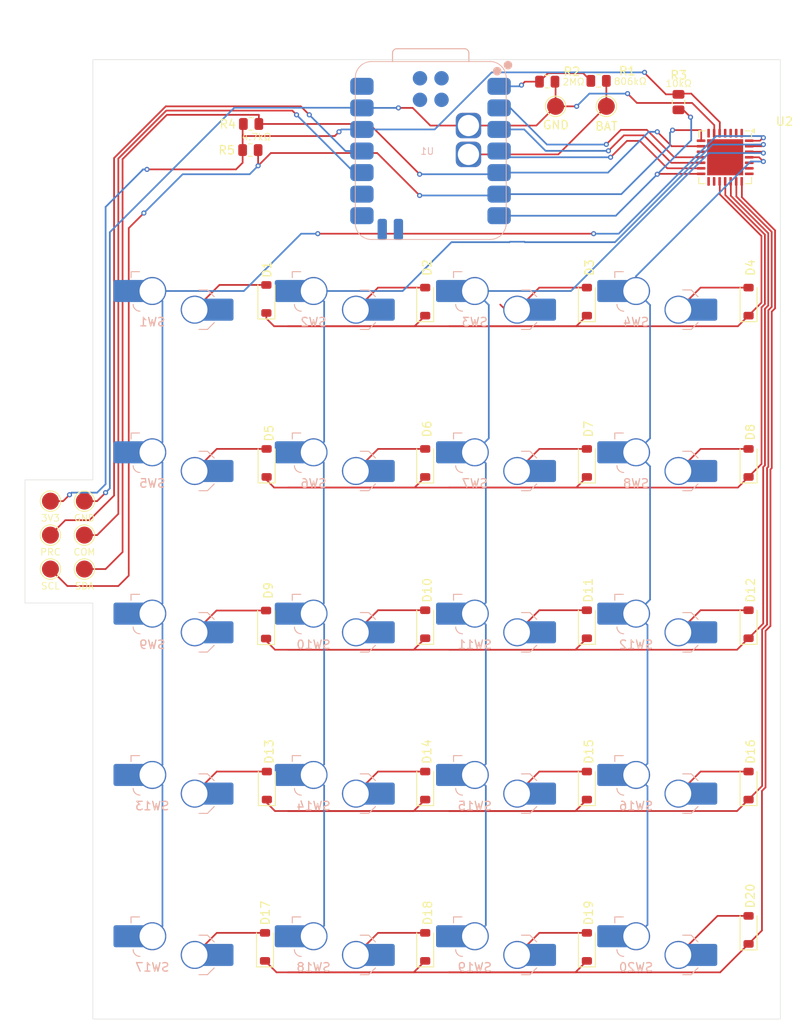
<source format=kicad_pcb>
(kicad_pcb (version 20241229) (generator "pcbnew") (generator_version "9.0")
  (layers (0 "F.Cu" signal) (2 "B.Cu" signal) (13 "F.Paste" user) (15 "B.Paste" user) (5 "F.SilkS" user "F.Silkscreen") (7 "B.SilkS" user "B.Silkscreen") (1 "F.Mask" user) (3 "B.Mask" user) (25 "Edge.Cuts" user))
  (net 0 "")
  (net 1 "ROW0")
  (net 2 "Net-(D1-A)")
  (net 3 "Net-(D2-A)")
  (net 4 "Net-(D3-A)")
  (net 5 "Net-(D4-A)")
  (net 6 "Net-(D5-A)")
  (net 7 "ROW1")
  (net 8 "Net-(D6-A)")
  (net 9 "Net-(D7-A)")
  (net 10 "Net-(D8-A)")
  (net 11 "ROW2")
  (net 12 "Net-(D9-A)")
  (net 13 "Net-(D10-A)")
  (net 14 "Net-(D11-A)")
  (net 15 "Net-(D12-A)")
  (net 16 "Net-(D13-A)")
  (net 17 "ROW3")
  (net 18 "Net-(D14-A)")
  (net 19 "Net-(D15-A)")
  (net 20 "Net-(D16-A)")
  (net 21 "Net-(D17-A)")
  (net 22 "ROW4")
  (net 23 "Net-(D18-A)")
  (net 24 "Net-(D19-A)")
  (net 25 "Net-(D20-A)")
  (net 26 "VBAT")
  (net 27 "BT_PIN")
  (net 28 "GND")
  (net 29 "COL0")
  (net 30 "COL1")
  (net 31 "COL2")
  (net 32 "COL3")
  (net 34 "MCP_RESET")
  (net 37 "SCL")
  (net 39 "SDA")
  (net 42 "COM")
  (net 44 "PRESENCE")
  (net 45 "3V3")
  (net 47 "A0")
  (net 52 "A1")
  (net 54 "A2")
  (footprint "MountingHole:MountingHole_2.2mm_M2" (layer "F.Cu") (at 108.5 80.9625)
    (property "Reference" "H5")
    (property "Value" "MountingHole" (hide yes))
  )
  (footprint "Diode_SMD:D_SOD-123" (layer "F.Cu") (at 107.15625 113 90)
    (property "Reference" "D10")
    (property "Value" "D")
  )
  (footprint "Diode_SMD:D_SOD-123" (layer "F.Cu") (at 88.470491 93.998533 90)
    (property "Reference" "D5")
    (property "Value" "D")
  )
  (footprint "Resistor_SMD:R_0805_2012Metric" (layer "F.Cu") (at 121.53487 49.093444 180)
    (property "Reference" "R2")
    (property "Value" "2MΩ")
  )
  (footprint "Diode_SMD:D_SOD-123" (layer "F.Cu") (at 88.443017 74.685732 90)
    (property "Reference" "D1")
    (property "Value" "D")
  )
  (footprint "Diode_SMD:D_SOD-123" (layer "F.Cu") (at 145.25625 149 90)
    (property "Reference" "D20")
    (property "Value" "D")
  )
  (footprint "Diode_SMD:D_SOD-123" (layer "F.Cu") (at 107.15625 75 90)
    (property "Reference" "D2")
    (property "Value" "D")
  )
  (footprint "Diode_SMD:D_SOD-123" (layer "F.Cu") (at 88.282128 151 90)
    (property "Reference" "D17")
    (property "Value" "D")
  )
  (footprint "Diode_SMD:D_SOD-123" (layer "F.Cu") (at 145.25625 132 90)
    (property "Reference" "D16")
    (property "Value" "D")
  )
  (footprint "MountingHole:MountingHole_2.2mm_M2" (layer "F.Cu") (at 72 155.5)
    (property "Reference" "H4")
    (property "Value" "MountingHole" (hide yes))
  )
  (footprint "TestPoint:TestPoint_Pad_D2.0mm" (layer "F.Cu") (at 128.5 52)
    (property "Reference" "TP1")
    (property "Value" "BAT")
  )
  (footprint "Diode_SMD:D_SOD-123" (layer "F.Cu") (at 107.15625 151 90)
    (property "Reference" "D18")
    (property "Value" "D")
  )
  (footprint "Resistor_SMD:R_0805_2012Metric" (layer "F.Cu") (at 137 51.5 90)
    (property "Reference" "R3")
    (property "Value" "10kΩ")
  )
  (footprint "Resistor_SMD:R_0805_2012Metric" (layer "F.Cu") (at 127.5875 49)
    (property "Reference" "R1")
    (property "Value" "806kΩ")
  )
  (footprint "Diode_SMD:D_SOD-123" (layer "F.Cu") (at 126.20625 94 90)
    (property "Reference" "D7")
    (property "Value" "D")
  )
  (footprint "Diode_SMD:D_SOD-123" (layer "F.Cu") (at 88.5 132 90)
    (property "Reference" "D13")
    (property "Value" "D")
  )
  (footprint "MountingHole:MountingHole_2.2mm_M2" (layer "F.Cu") (at 145 155.5)
    (property "Reference" "H3")
    (property "Value" "MountingHole" (hide yes))
  )
  (footprint "Package_DFN_QFN:QFN-28-1EP_6x6mm_P0.65mm_EP4.25x4.25mm" (layer "F.Cu") (at 142.5 58 -90)
    (property "Reference" "U2")
    (property "Value" "MCP23017_ML")
  )
  (footprint "TestPoint:TestPoint_Pad_D2.0mm" (layer "F.Cu") (at 67 98.5 90)
    (property "Reference" "TP8" (hide yes))
    (property "Value" "TestPoint" (hide yes))
  )
  (footprint "MountingHole:MountingHole_2.2mm_M2" (layer "F.Cu") (at 72 50.5)
    (property "Reference" "H1")
    (property "Value" "MountingHole" (hide yes))
  )
  (footprint "Diode_SMD:D_SOD-123" (layer "F.Cu") (at 107.15625 94 90)
    (property "Reference" "D6")
    (property "Value" "D")
  )
  (footprint "Resistor_SMD:R_0805_2012Metric" (layer "F.Cu") (at 86.644529 54.075824)
    (property "Reference" "R4")
    (property "Value" "4.7kΩ")
  )
  (footprint "Diode_SMD:D_SOD-123" (layer "F.Cu") (at 145.25625 94 90)
    (property "Reference" "D8")
    (property "Value" "D")
  )
  (footprint "Diode_SMD:D_SOD-123" (layer "F.Cu") (at 126.20625 132 90)
    (property "Reference" "D15")
    (property "Value" "D")
  )
  (footprint "Diode_SMD:D_SOD-123" (layer "F.Cu") (at 126.20625 113 90)
    (property "Reference" "D11")
    (property "Value" "D")
  )
  (footprint "MountingHole:MountingHole_2.2mm_M2" (layer "F.Cu") (at 108.48738 123.825)
    (property "Reference" "H6")
    (property "Value" "MountingHole" (hide yes))
  )
  (footprint "Diode_SMD:D_SOD-123" (layer "F.Cu") (at 126.20625 75 90)
    (property "Reference" "D3")
    (property "Value" "D")
  )
  (footprint "TestPoint:TestPoint_Pad_D2.0mm" (layer "F.Cu") (at 67 102.5 90)
    (property "Reference" "TP6" (hide yes))
    (property "Value" "TestPoint" (hide yes))
  )
  (footprint "Diode_SMD:D_SOD-123" (layer "F.Cu") (at 145.25625 113 90)
    (property "Reference" "D12")
    (property "Value" "D")
  )
  (footprint "Diode_SMD:D_SOD-123" (layer "F.Cu") (at 145.25625 75 90)
    (property "Reference" "D4")
    (property "Value" "D")
  )
  (footprint "TestPoint:TestPoint_Pad_D2.0mm" (layer "F.Cu") (at 63 98.5 90)
    (property "Reference" "TP3" (hide yes))
    (property "Value" "TestPoint" (hide yes))
  )
  (footprint "MountingHole:MountingHole_2.2mm_M2" (layer "F.Cu") (at 145 50.5)
    (property "Reference" "H2")
    (property "Value" "MountingHole" (hide yes))
  )
  (footprint "TestPoint:TestPoint_Pad_D2.0mm" (layer "F.Cu") (at 122.517361 52 -90)
    (property "Reference" "TP2")
    (property "Value" "GND")
  )
  (footprint "Diode_SMD:D_SOD-123" (layer "F.Cu") (at 107.15625 132 90)
    (property "Reference" "D14")
    (property "Value" "D")
  )
  (footprint "Diode_SMD:D_SOD-123" (layer "F.Cu") (at 88.406432 113.034972 90)
    (property "Reference" "D9")
    (property "Value" "D")
  )
  (footprint "TestPoint:TestPoint_Pad_D2.0mm" (layer "F.Cu") (at 67 106.5 90)
    (property "Reference" "TP4" (hide yes))
    (property "Value" "TestPoint" (hide yes))
  )
  (footprint "Diode_SMD:D_SOD-123" (layer "F.Cu") (at 126.20625 151 90)
    (property "Reference" "D19")
    (property "Value" "D")
  )
  (footprint "Resistor_SMD:R_0805_2012Metric" (layer "F.Cu") (at 86.558056 57.15)
    (property "Reference" "R5")
    (property "Value" "4.7kΩ")
  )
  (footprint "TestPoint:TestPoint_Pad_D2.0mm" (layer "F.Cu") (at 63 106.5 90)
    (property "Reference" "TP7" (hide yes))
    (property "Value" "TestPoint" (hide yes))
  )
  (footprint "TestPoint:TestPoint_Pad_D2.0mm" (layer "F.Cu") (at 63 102.5 90)
    (property "Reference" "TP5" (hide yes))
    (property "Value" "TestPoint" (hide yes))
  )
  (footprint "PCM_marbastlib-choc:SW_choc_v1_HS_CPG135001S30_1u" (layer "B.Cu") (at 80 108 180)
    (property "Reference" "SW9")
    (property "Value" "SW_Push")
  )
  (footprint "PCM_marbastlib-choc:SW_choc_v1_HS_CPG135001S30_1u" (layer "B.Cu") (at 118 127 180)
    (property "Reference" "SW15")
    (property "Value" "SW_Push")
  )
  (footprint "PCM_marbastlib-choc:SW_choc_v1_HS_CPG135001S30_1u" (layer "B.Cu") (at 118 108 180)
    (property "Reference" "SW11")
    (property "Value" "SW_Push")
  )
  (footprint "PCM_marbastlib-choc:SW_choc_v1_HS_CPG135001S30_1u" (layer "B.Cu") (at 137 146 180)
    (property "Reference" "SW20")
    (property "Value" "SW_Push")
  )
  (footprint "PCM_marbastlib-choc:SW_choc_v1_HS_CPG135001S30_1u" (layer "B.Cu") (at 80 146 180)
    (property "Reference" "SW17")
    (property "Value" "SW_Push")
  )
  (footprint "PCM_marbastlib-choc:SW_choc_v1_HS_CPG135001S30_1u" (layer "B.Cu") (at 99 146 180)
    (property "Reference" "SW18")
    (property "Value" "SW_Push")
  )
  (footprint "PCM_marbastlib-choc:SW_choc_v1_HS_CPG135001S30_1u" (layer "B.Cu") (at 99 127 180)
    (property "Reference" "SW14")
    (property "Value" "SW_Push")
  )
  (footprint "PCM_marbastlib-choc:SW_choc_v1_HS_CPG135001S30_1u" (layer "B.Cu") (at 137 108 180)
    (property "Reference" "SW12")
    (property "Value" "SW_Push")
  )
  (footprint "PCM_marbastlib-choc:SW_choc_v1_HS_CPG135001S30_1u" (layer "B.Cu") (at 118 70 180)
    (property "Reference" "SW3")
    (property "Value" "SW_Push")
  )
  (footprint "PCM_marbastlib-choc:SW_choc_v1_HS_CPG135001S30_1u" (layer "B.Cu") (at 137 70 180)
    (property "Reference" "SW4")
    (property "Value" "SW_Push")
  )
  (footprint "PCM_marbastlib-choc:SW_choc_v1_HS_CPG135001S30_1u" (layer "B.Cu") (at 118 89 180)
    (property "Reference" "SW7")
    (property "Value" "SW_Push")
  )
  (footprint "PCM_marbastlib-choc:SW_choc_v1_HS_CPG135001S30_1u" (layer "B.Cu") (at 80 70 180)
    (property "Reference" "SW1")
    (property "Value" "SW_Push")
  )
  (footprint "PCM_marbastlib-choc:SW_choc_v1_HS_CPG135001S30_1u" (layer "B.Cu") (at 99 70 180)
    (property "Reference" "SW2")
    (property "Value" "SW_Push")
  )
  (footprint "PCM_marbastlib-choc:SW_choc_v1_HS_CPG135001S30_1u" (layer "B.Cu") (at 137 127 180)
    (property "Reference" "SW16")
    (property "Value" "SW_Push")
  )
  (footprint "Seeed Studio XIAO Series Library:modified-XIAO-nRF52840-SMD" (layer "B.Cu") (at 107.755 57.2631 180)
    (property "Reference" "U1")
    (property "Value" "XIAO-nRF52840-SMD")
  )
  (footprint "PCM_marbastlib-choc:SW_choc_v1_HS_CPG135001S30_1u" (layer "B.Cu") (at 80 89 180)
    (property "Reference" "SW5")
    (property "Value" "SW_Push")
  )
  (footprint "PCM_marbastlib-choc:SW_choc_v1_HS_CPG135001S30_1u" (layer "B.Cu") (at 118 146 180)
    (property "Reference" "SW19")
    (property "Value" "SW_Push")
  )
  (footprint "PCM_marbastlib-choc:SW_choc_v1_HS_CPG135001S30_1u" (layer "B.Cu") (at 99 89 180)
    (property "Reference" "SW6")
    (property "Value" "SW_Push")
  )
  (footprint "PCM_marbastlib-choc:SW_choc_v1_HS_CPG135001S30_1u" (layer "B.Cu") (at 99 108 180)
    (property "Reference" "SW10")
    (property "Value" "SW_Push")
  )
  (footprint "PCM_marbastlib-choc:SW_choc_v1_HS_CPG135001S30_1u" (layer "B.Cu") (at 80 127 180)
    (property "Reference" "SW13")
    (property "Value" "SW_Push")
  )
  (footprint "PCM_marbastlib-choc:SW_choc_v1_HS_CPG135001S30_1u" (layer "B.Cu") (at 137 89 180)
    (property "Reference" "SW8")
    (property "Value" "SW_Push")
  )
  (gr_poly (pts (xy 149 159.5) (xy 149 46.5) (xy 68 46.5) (xy 68 96) (xy 60 96) (xy 60 110.5) (xy 68 110.5) (xy 68 159.5)) (stroke (width 0.05)) (fill no) (layer "Edge.Cuts"))
  (gr_text "COM\n" (at 67 104.5 0) (layer "F.SilkS") (effects (font (size 0.8 0.8) (thickness 0.1) (bold yes))))
  (gr_text "3V3" (at 63 100.5 0) (layer "F.SilkS") (effects (font (size 0.8 0.8) (thickness 0.1) (bold yes))))
  (gr_text "PRC" (at 63 104.5 0) (layer "F.SilkS") (effects (font (size 0.8 0.8) (thickness 0.1) (bold yes))))
  (gr_text "SDA" (at 67 108.5 0) (layer "F.SilkS") (effects (font (size 0.8 0.8) (thickness 0.1) (bold yes))))
  (gr_text "SCL" (at 63 108.5 0) (layer "F.SilkS") (effects (font (size 0.8 0.8) (thickness 0.1) (bold yes))))
  (gr_text "GND\n" (at 67 100.5 0) (layer "F.SilkS") (effects (font (size 0.8 0.8) (thickness 0.1) (bold yes))))
  (segment (start 143.999578 77.901) (end 110 77.901) (width 0.2) (layer "F.Cu") (net 1))
  (segment (start 105.90525 77.901) (end 91 77.901) (width 0.2) (layer "F.Cu") (net 1))
  (segment (start 146.776634 67.276634) (end 146.776634 75.123944) (width 0.2) (layer "F.Cu") (net 1))
  (segment (start 141.868309 62.368309) (end 146.776634 67.276634) (width 0.2) (layer "F.Cu") (net 1))
  (segment (start 107.15625 76.65) (end 105.90525 77.901) (width 0.2) (layer "F.Cu") (net 1))
  (segment (start 141.85 60.8375) (end 141.868309 60.855809) (width 0.2) (layer "F.Cu") (net 1))
  (segment (start 146.776634 75.123944) (end 143.999578 77.901) (width 0.2) (layer "F.Cu") (net 1))
  (segment (start 141.868309 60.855809) (end 141.868309 62.368309) (width 0.2) (layer "F.Cu") (net 1))
  (segment (start 88.443017 76.986767) (end 89.35725 77.901) (width 0.2) (layer "F.Cu") (net 1))
  (segment (start 89.35725 77.901) (end 91 77.901) (width 0.2) (layer "F.Cu") (net 1))
  (segment (start 88.443017 76.335732) (end 88.443017 76.986767) (width 0.2) (layer "F.Cu") (net 1))
  (segment (start 126.20625 76.65) (end 124.95525 77.901) (width 0.2) (layer "F.Cu") (net 1))
  (segment (start 91 77.901) (end 110 77.901) (width 0.2) (layer "F.Cu") (net 1))
  (segment (start 124.95525 77.901) (end 110 77.901) (width 0.2) (layer "F.Cu") (net 1))
  (segment (start 82.914268 73.035732) (end 80 75.95) (width 0.2) (layer "F.Cu") (net 2))
  (segment (start 88.443017 73.035732) (end 82.914268 73.035732) (width 0.2) (layer "F.Cu") (net 2))
  (segment (start 101.6 73.35) (end 99 75.95) (width 0.2) (layer "F.Cu") (net 3))
  (segment (start 107.15625 73.35) (end 101.6 73.35) (width 0.2) (layer "F.Cu") (net 3))
  (segment (start 116 75.35) (end 116.65 76) (width 0.2) (layer "F.Cu") (net 4))
  (segment (start 120.6 73.35) (end 118 75.95) (width 0.2) (layer "F.Cu") (net 4))
  (segment (start 126.20625 73.35) (end 120.6 73.35) (width 0.2) (layer "F.Cu") (net 4))
  (segment (start 139.6 73.35) (end 137 75.95) (width 0.2) (layer "F.Cu") (net 5))
  (segment (start 145.25625 73.35) (end 139.6 73.35) (width 0.2) (layer "F.Cu") (net 5))
  (segment (start 88.470491 92.348533) (end 82.601467 92.348533) (width 0.2) (layer "F.Cu") (net 6))
  (segment (start 82.601467 92.348533) (end 80 94.95) (width 0.2) (layer "F.Cu") (net 6))
  (segment (start 88.470491 96.014241) (end 89.35725 96.901) (width 0.2) (layer "F.Cu") (net 7))
  (segment (start 107.15625 95.65) (end 105.90525 96.901) (width 0.2) (layer "F.Cu") (net 7))
  (segment (start 126.20625 95.65) (end 124.95525 96.901) (width 0.2) (layer "F.Cu") (net 7))
  (segment (start 142.518309 62.451209) (end 147.177634 67.110534) (width 0.2) (layer "F.Cu") (net 7))
  (segment (start 147.177634 75.290044) (end 146.784868 75.68281) (width 0.2) (layer "F.Cu") (net 7))
  (segment (start 142.518309 60.855809) (end 142.518309 62.451209) (width 0.2) (layer "F.Cu") (net 7))
  (segment (start 105.90525 96.901) (end 91 96.901) (width 0.2) (layer "F.Cu") (net 7))
  (segment (start 146.784868 94.11571) (end 143.999578 96.901) (width 0.2) (layer "F.Cu") (net 7))
  (segment (start 143.999578 96.901) (end 110 96.901) (width 0.2) (layer "F.Cu") (net 7))
  (segment (start 89.35725 96.901) (end 91 96.901) (width 0.2) (layer "F.Cu") (net 7))
  (segment (start 124.95525 96.901) (end 110 96.901) (width 0.2) (layer "F.Cu") (net 7))
  (segment (start 142.5 60.8375) (end 142.518309 60.855809) (width 0.2) (layer "F.Cu") (net 7))
  (segment (start 146.784868 75.68281) (end 146.784868 94.11571) (width 0.2) (layer "F.Cu") (net 7))
  (segment (start 88.470491 95.648533) (end 88.470491 96.014241) (width 0.2) (layer "F.Cu") (net 7))
  (segment (start 147.177634 67.110534) (end 147.177634 75.290044) (width 0.2) (layer "F.Cu") (net 7))
  (segment (start 91 96.901) (end 110 96.901) (width 0.2) (layer "F.Cu") (net 7))
  (segment (start 107.15625 92.35) (end 101.6 92.35) (width 0.2) (layer "F.Cu") (net 8))
  (segment (start 101.6 92.35) (end 99 94.95) (width 0.2) (layer "F.Cu") (net 8))
  (segment (start 126.20625 92.35) (end 120.6 92.35) (width 0.2) (layer "F.Cu") (net 9))
  (segment (start 120.6 92.35) (end 118 94.95) (width 0.2) (layer "F.Cu") (net 9))
  (segment (start 139.6 92.35) (end 137 94.95) (width 0.2) (layer "F.Cu") (net 10))
  (segment (start 145.25625 92.35) (end 139.6 92.35) (width 0.2) (layer "F.Cu") (net 10))
  (segment (start 146.982165 112.924085) (end 146.982165 94.485513) (width 0.2) (layer "F.Cu") (net 11))
  (segment (start 143.168309 62.534109) (end 143.168309 60.855809) (width 0.2) (layer "F.Cu") (net 11))
  (segment (start 143.900578 116) (end 110 116) (width 0.2) (layer "F.Cu") (net 11))
  (segment (start 147.185868 75.84891) (end 147.578634 75.456144) (width 0.2) (layer "F.Cu") (net 11))
  (segment (start 147.578634 75.456144) (end 147.578634 66.944434) (width 0.2) (layer "F.Cu") (net 11))
  (segment (start 145.25625 114.65) (end 146.982165 112.924085) (width 0.2) (layer "F.Cu") (net 11))
  (segment (start 146.982165 94.485513) (end 147.185868 94.28181) (width 0.2) (layer "F.Cu") (net 11))
  (segment (start 147.578634 66.944434) (end 143.168309 62.534109) (width 0.2) (layer "F.Cu") (net 11))
  (segment (start 126.20625 114.65) (end 124.85625 116) (width 0.2) (layer "F.Cu") (net 11))
  (segment (start 105.80625 116) (end 91 116) (width 0.2) (layer "F.Cu") (net 11))
  (segment (start 88.406432 114.950182) (end 88.406432 114.684972) (width 0.2) (layer "F.Cu") (net 11))
  (segment (start 107.15625 114.65) (end 105.80625 116) (width 0.2) (layer "F.Cu") (net 11))
  (segment (start 89.45625 116) (end 88.406432 114.950182) (width 0.2) (layer "F.Cu") (net 11))
  (segment (start 145.250578 114.65) (end 145.25625 114.65) (width 0.2) (layer "F.Cu") (net 11))
  (segment (start 143.900578 116) (end 145.250578 114.65) (width 0.2) (layer "F.Cu") (net 11))
  (segment (start 147.185868 94.28181) (end 147.185868 75.84891) (width 0.2) (layer "F.Cu") (net 11))
  (segment (start 110 116) (end 91 116) (width 0.2) (layer "F.Cu") (net 11))
  (segment (start 143.168309 60.855809) (end 143.15 60.8375) (width 0.2) (layer "F.Cu") (net 11))
  (segment (start 124.85625 116) (end 110 116) (width 0.2) (layer "F.Cu") (net 11))
  (segment (start 91 116) (end 89.45625 116) (width 0.2) (layer "F.Cu") (net 11))
  (segment (start 88.406432 111.384972) (end 82.565028 111.384972) (width 0.2) (layer "F.Cu") (net 12))
  (segment (start 82.565028 111.384972) (end 80 113.95) (width 0.2) (layer "F.Cu") (net 12))
  (segment (start 101.6 111.35) (end 99 113.95) (width 0.2) (layer "F.Cu") (net 13))
  (segment (start 107.15625 111.35) (end 101.6 111.35) (width 0.2) (layer "F.Cu") (net 13))
  (segment (start 126.20625 111.35) (end 120.6 111.35) (width 0.2) (layer "F.Cu") (net 14))
  (segment (start 120.6 111.35) (end 118 113.95) (width 0.2) (layer "F.Cu") (net 14))
  (segment (start 139.6 111.35) (end 137 113.95) (width 0.2) (layer "F.Cu") (net 15))
  (segment (start 145.25625 111.35) (end 139.6 111.35) (width 0.2) (layer "F.Cu") (net 15))
  (segment (start 88.5 130.35) (end 82.6 130.35) (width 0.2) (layer "F.Cu") (net 16))
  (segment (start 82.6 130.35) (end 80 132.95) (width 0.2) (layer "F.Cu") (net 16))
  (segment (start 143.8 60.8375) (end 143.818309 60.855809) (width 0.2) (layer "F.Cu") (net 17))
  (segment (start 147.979634 66.778334) (end 147.979634 75.622244) (width 0.2) (layer "F.Cu") (net 17))
  (segment (start 89.45625 135) (end 88.5 134.04375) (width 0.2) (layer "F.Cu") (net 17))
  (segment (start 143.900578 135) (end 110 135) (width 0.2) (layer "F.Cu") (net 17))
  (segment (start 146.855095 113.618255) (end 146.855095 132.045483) (width 0.2) (layer "F.Cu") (net 17))
  (segment (start 91 135) (end 89.45625 135) (width 0.2) (layer "F.Cu") (net 17))
  (segment (start 147.586868 76.01501) (end 147.586868 94.44791) (width 0.2) (layer "F.Cu") (net 17))
  (segment (start 147.434791 113.038559) (end 146.855095 113.618255) (width 0.2) (layer "F.Cu") (net 17))
  (segment (start 147.434791 94.599987) (end 147.434791 113.038559) (width 0.2) (layer "F.Cu") (net 17))
  (segment (start 147.586868 94.44791) (end 147.434791 94.599987) (width 0.2) (layer "F.Cu") (net 17))
  (segment (start 88.5 134.04375) (end 88.5 133.65) (width 0.2) (layer "F.Cu") (net 17))
  (segment (start 146.855095 132.045483) (end 143.900578 135) (width 0.2) (layer "F.Cu") (net 17))
  (segment (start 107.15625 133.65) (end 105.80625 135) (width 0.2) (layer "F.Cu") (net 17))
  (segment (start 143.818309 60.855809) (end 143.818309 62.617009) (width 0.2) (layer "F.Cu") (net 17))
  (segment (start 147.979634 75.622244) (end 147.586868 76.01501) (width 0.2) (layer "F.Cu") (net 17))
  (segment (start 110 135) (end 91 135) (width 0.2) (layer "F.Cu") (net 17))
  (segment (start 124.85625 135) (end 110 135) (width 0.2) (layer "F.Cu") (net 17))
  (segment (start 143.818309 62.617009) (end 147.979634 66.778334) (width 0.2) (layer "F.Cu") (net 17))
  (segment (start 105.80625 135) (end 91 135) (width 0.2) (layer "F.Cu") (net 17))
  (segment (start 126.20625 133.65) (end 124.85625 135) (width 0.2) (layer "F.Cu") (net 17))
  (segment (start 107.15625 130.35) (end 101.6 130.35) (width 0.2) (layer "F.Cu") (net 18))
  (segment (start 101.6 130.35) (end 99 132.95) (width 0.2) (layer "F.Cu") (net 18))
  (segment (start 126.20625 130.35) (end 120.6 130.35) (width 0.2) (layer "F.Cu") (net 19))
  (segment (start 120.6 130.35) (end 118 132.95) (width 0.2) (layer "F.Cu") (net 19))
  (segment (start 139.6 130.35) (end 137 132.95) (width 0.2) (layer "F.Cu") (net 20))
  (segment (start 145.25625 130.35) (end 139.6 130.35) (width 0.2) (layer "F.Cu") (net 20))
  (segment (start 88.282128 149.35) (end 82.6 149.35) (width 0.2) (layer "F.Cu") (net 21))
  (segment (start 82.6 149.35) (end 80 151.95) (width 0.2) (layer "F.Cu") (net 21))
  (segment (start 105.80625 154) (end 91 154) (width 0.2) (layer "F.Cu") (net 22))
  (segment (start 141.90625 154) (end 110 154) (width 0.2) (layer "F.Cu") (net 22))
  (segment (start 110 154) (end 91 154) (width 0.2) (layer "F.Cu") (net 22))
  (segment (start 147.835791 94.766087) (end 147.835791 113.204659) (width 0.2) (layer "F.Cu") (net 22))
  (segment (start 91 154) (end 89.640969 154) (width 0.2) (layer "F.Cu") (net 22))
  (segment (start 144.468309 62.699909) (end 148.380634 66.612234) (width 0.2) (layer "F.Cu") (net 22))
  (segment (start 144.468309 60.855809) (end 144.468309 62.699909) (width 0.2) (layer "F.Cu") (net 22))
  (segment (start 147.256095 132.211583) (end 146.834724 132.632954) (width 0.2) (layer "F.Cu") (net 22))
  (segment (start 147.835791 113.204659) (end 147.256095 113.784355) (width 0.2) (layer "F.Cu") (net 22))
  (segment (start 107.15625 152.65) (end 105.80625 154) (width 0.2) (layer "F.Cu") (net 22))
  (segment (start 144.45 60.8375) (end 144.468309 60.855809) (width 0.2) (layer "F.Cu") (net 22))
  (segment (start 147.256095 113.784355) (end 147.256095 132.211583) (width 0.2) (layer "F.Cu") (net 22))
  (segment (start 146.834724 149.071526) (end 141.90625 154) (width 0.2) (layer "F.Cu") (net 22))
  (segment (start 148.380634 66.612234) (end 148.380634 75.788344) (width 0.2) (layer "F.Cu") (net 22))
  (segment (start 147.987868 76.18111) (end 147.987868 94.61401) (width 0.2) (layer "F.Cu") (net 22))
  (segment (start 146.834724 132.632954) (end 146.834724 149.071526) (width 0.2) (layer "F.Cu") (net 22))
  (segment (start 148.380634 75.788344) (end 147.987868 76.18111) (width 0.2) (layer "F.Cu") (net 22))
  (segment (start 126.20625 152.65) (end 124.85625 154) (width 0.2) (layer "F.Cu") (net 22))
  (segment (start 124.85625 154) (end 110 154) (width 0.2) (layer "F.Cu") (net 22))
  (segment (start 89.640969 154) (end 88.282128 152.641159) (width 0.2) (layer "F.Cu") (net 22))
  (segment (start 147.987868 94.61401) (end 147.835791 94.766087) (width 0.2) (layer "F.Cu") (net 22))
  (segment (start 101.6 149.35) (end 99 151.95) (width 0.2) (layer "F.Cu") (net 23))
  (segment (start 107.15625 149.35) (end 101.6 149.35) (width 0.2) (layer "F.Cu") (net 23))
  (segment (start 126.20625 149.35) (end 120.6 149.35) (width 0.2) (layer "F.Cu") (net 24))
  (segment (start 120.6 149.35) (end 118 151.95) (width 0.2) (layer "F.Cu") (net 24))
  (segment (start 145.25625 147.35) (end 141.6 147.35) (width 0.2) (layer "F.Cu") (net 25))
  (segment (start 141.6 147.35) (end 137 151.95) (width 0.2) (layer "F.Cu") (net 25))
  (segment (start 112.255 57.6631) (end 122.8369 57.6631) (width 0.2) (layer "F.Cu") (net 26))
  (segment (start 122.8369 57.6631) (end 128.5 52) (width 0.2) (layer "F.Cu") (net 26))
  (segment (start 128.5 52) (end 128.5 49) (width 0.2) (layer "F.Cu") (net 26))
  (segment (start 120.62237 49.093444) (end 118.906556 49.093444) (width 0.2) (layer "F.Cu") (net 27))
  (segment (start 125.767444 48.092444) (end 121.62337 48.092444) (width 0.2) (layer "F.Cu") (net 27))
  (segment (start 118.906556 49.093444) (end 118.5 49.5) (width 0.2) (layer "F.Cu") (net 27))
  (segment (start 126.675 49) (end 125.767444 48.092444) (width 0.2) (layer "F.Cu") (net 27))
  (segment (start 121.62337 48.092444) (end 120.62237 49.093444) (width 0.2) (layer "F.Cu") (net 27))
  (via (at 118.5 49.5) (size 0.6) (drill 0.3) (layers "F.Cu" "B.Cu") (net 27))
  (segment (start 118.5 49.5) (end 118.3569 49.6431) (width 0.2) (layer "B.Cu") (net 27))
  (segment (start 118.3569 49.6431) (end 115.865 49.6431) (width 0.2) (layer "B.Cu") (net 27))
  (segment (start 122.517361 49.163435) (end 122.44737 49.093444) (width 0.2) (layer "F.Cu") (net 28))
  (segment (start 141.218309 55.144191) (end 141.218309 54.218309) (width 0.2) (layer "F.Cu") (net 28))
  (segment (start 105.6831 52.1831) (end 107.7631 54.2631) (width 0.2) (layer "F.Cu") (net 28))
  (segment (start 104 52.1831) (end 105.6831 52.1831) (width 0.2) (layer "F.Cu") (net 28))
  (segment (start 68.5 98.5) (end 67 98.5) (width 0.2) (layer "F.Cu") (net 28))
  (segment (start 141.2 55.1625) (end 141.218309 55.144191) (width 0.2) (layer "F.Cu") (net 28))
  (segment (start 141.218309 54.218309) (end 138.599 51.599) (width 0.2) (layer "F.Cu") (net 28))
  (segment (start 112.255 54.2631) (end 120.254261 54.2631) (width 0.2) (layer "F.Cu") (net 28))
  (segment (start 125 52) (end 122.517361 52) (width 0.2) (layer "F.Cu") (net 28))
  (segment (start 138.599 51.599) (end 132.099 51.599) (width 0.2) (layer "F.Cu") (net 28))
  (segment (start 69.5 97.5) (end 68.5 98.5) (width 0.2) (layer "F.Cu") (net 28))
  (segment (start 132.099 51.599) (end 131 50.5) (width 0.2) (layer "F.Cu") (net 28))
  (segment (start 122.517361 52) (end 122.517361 49.163435) (width 0.2) (layer "F.Cu") (net 28))
  (segment (start 120.254261 54.2631) (end 122.517361 52) (width 0.2) (layer "F.Cu") (net 28))
  (segment (start 107.7631 54.2631) (end 112.255 54.2631) (width 0.2) (layer "F.Cu") (net 28))
  (via (at 125 52) (size 0.6) (drill 0.3) (layers "F.Cu" "B.Cu") (net 28))
  (via (at 69.5 97.5) (size 0.6) (drill 0.3) (layers "F.Cu" "B.Cu") (net 28))
  (via (at 104 52.1831) (size 0.6) (drill 0.3) (layers "F.Cu" "B.Cu") (net 28))
  (via (at 131 50.5) (size 0.6) (drill 0.3) (layers "F.Cu" "B.Cu") (net 28))
  (segment (start 104 52.1831) (end 99.7 52.1831) (width 0.2) (layer "B.Cu") (net 28))
  (segment (start 69.5 97.5) (end 70 97) (width 0.2) (layer "B.Cu") (net 28))
  (segment (start 99.680301 52.163401) (end 99.7 52.1831) (width 0.2) (layer "B.Cu") (net 28))
  (segment (start 70 97) (end 70 66.826802) (width 0.2) (layer "B.Cu") (net 28))
  (segment (start 126.5 50.5) (end 125 52) (width 0.2) (layer "B.Cu") (net 28))
  (segment (start 70 66.826802) (end 84.663401 52.163401) (width 0.2) (layer "B.Cu") (net 28))
  (segment (start 131 50.5) (end 126.5 50.5) (width 0.2) (layer "B.Cu") (net 28))
  (segment (start 84.663401 52.163401) (end 99.680301 52.163401) (width 0.2) (layer "B.Cu") (net 28))
  (segment (start 147 55.699997) (end 146.95006 55.699997) (width 0.2) (layer "F.Cu") (net 29))
  (segment (start 94.5 67) (end 127 67) (width 0.2) (layer "F.Cu") (net 29))
  (segment (start 146.600057 56.05) (end 145.3375 56.05) (width 0.2) (layer "F.Cu") (net 29))
  (segment (start 146.95006 55.699997) (end 146.600057 56.05) (width 0.2) (layer "F.Cu") (net 29))
  (via (at 127 67) (size 0.6) (drill 0.3) (layers "F.Cu" "B.Cu") (net 29))
  (via (at 147 55.699997) (size 0.6) (drill 0.3) (layers "F.Cu" "B.Cu") (net 29))
  (via (at 94.5 67) (size 0.6) (drill 0.3) (layers "F.Cu" "B.Cu") (net 29))
  (segment (start 85.79375 73.75) (end 75 73.75) (width 0.2) (layer "B.Cu") (net 29))
  (segment (start 76.2 74.95) (end 75 73.75) (width 0.2) (layer "B.Cu") (net 29))
  (segment (start 76.2 93.95) (end 76.2 110.55) (width 0.2) (layer "B.Cu") (net 29))
  (segment (start 92.54375 67) (end 85.79375 73.75) (width 0.2) (layer "B.Cu") (net 29))
  (segment (start 76.2 112.95) (end 76.2 129.55) (width 0.2) (layer "B.Cu") (net 29))
  (segment (start 76.2 148.55) (end 76.2 131.95) (width 0.2) (layer "B.Cu") (net 29))
  (segment (start 75 111.75) (end 76.2 112.95) (width 0.2) (layer "B.Cu") (net 29))
  (segment (start 130.224558 66.724558) (end 129.949115 67) (width 0.2) (layer "B.Cu") (net 29))
  (segment (start 147 55.699997) (end 146.800003 55.5) (width 0.2) (layer "B.Cu") (net 29))
  (segment (start 129.949115 67) (end 127 67) (width 0.2) (layer "B.Cu") (net 29))
  (segment (start 75 92.75) (end 76.2 93.95) (width 0.2) (layer "B.Cu") (net 29))
  (segment (start 130.224557 66.724558) (end 130.224558 66.724558) (width 0.2) (layer "B.Cu") (net 29))
  (segment (start 92.54375 67) (end 94.5 67) (width 0.2) (layer "B.Cu") (net 29))
  (segment (start 76.2 131.95) (end 75 130.75) (width 0.2) (layer "B.Cu") (net 29))
  (segment (start 141.449115 55.5) (end 130.224557 66.724558) (width 0.2) (layer "B.Cu") (net 29))
  (segment (start 75 92.75) (end 76.2 91.55) (width 0.2) (layer "B.Cu") (net 29))
  (segment (start 76.2 91.55) (end 76.2 74.95) (width 0.2) (layer "B.Cu") (net 29))
  (segment (start 146.800003 55.5) (end 141.449115 55.5) (width 0.2) (layer "B.Cu") (net 29))
  (segment (start 76.2 129.55) (end 75 130.75) (width 0.2) (layer "B.Cu") (net 29))
  (segment (start 75 149.75) (end 76.2 148.55) (width 0.2) (layer "B.Cu") (net 29))
  (segment (start 76.2 110.55) (end 75 111.75) (width 0.2) (layer "B.Cu") (net 29))
  (segment (start 146.8 56.7) (end 147 56.5) (width 0.2) (layer "F.Cu") (net 30))
  (segment (start 145.3375 56.7) (end 146.8 56.7) (width 0.2) (layer "F.Cu") (net 30))
  (via (at 147 56.5) (size 0.6) (drill 0.3) (layers "F.Cu" "B.Cu") (net 30))
  (segment (start 95.25 75) (end 94 73.75) (width 0.2) (layer "B.Cu") (net 30))
  (segment (start 147 56.5) (end 141.016215 56.5) (width 0.2) (layer "B.Cu") (net 30))
  (segment (start 117.150448 67.949) (end 117.099448 68) (width 0.2) (layer "B.Cu") (net 30))
  (segment (start 118.900552 68) (end 118.849552 67.949) (width 0.2) (layer "B.Cu") (net 30))
  (segment (start 94 111.75) (end 95.207455 110.542545) (width 0.2) (layer "B.Cu") (net 30))
  (segment (start 95.207455 93.957455) (end 94 92.75) (width 0.2) (layer "B.Cu") (net 30))
  (segment (start 94 92.75) (end 95.25 91.5) (width 0.2) (layer "B.Cu") (net 30))
  (segment (start 104.503743 73.75) (end 94 73.75) (width 0.2) (layer "B.Cu") (net 30))
  (segment (start 94 149.75) (end 95.25 148.5) (width 0.2) (layer "B.Cu") (net 30))
  (segment (start 95.207455 110.542545) (end 95.207455 93.957455) (width 0.2) (layer "B.Cu") (net 30))
  (segment (start 95.25 132) (end 94 130.75) (width 0.2) (layer "B.Cu") (net 30))
  (segment (start 118.849552 67.949) (end 117.150448 67.949) (width 0.2) (layer "B.Cu") (net 30))
  (segment (start 95.25 129.5) (end 95.25 113) (width 0.2) (layer "B.Cu") (net 30))
  (segment (start 95.25 148.5) (end 95.25 132) (width 0.2) (layer "B.Cu") (net 30))
  (segment (start 110.253743 68) (end 104.503743 73.75) (width 0.2) (layer "B.Cu") (net 30))
  (segment (start 129.516215 68) (end 118.900552 68) (width 0.2) (layer "B.Cu") (net 30))
  (segment (start 95.25 113) (end 94 111.75) (width 0.2) (layer "B.Cu") (net 30))
  (segment (start 141.016215 56.5) (end 129.516215 68) (width 0.2) (layer "B.Cu") (net 30))
  (segment (start 95.25 91.5) (end 95.25 75) (width 0.2) (layer "B.Cu") (net 30))
  (segment (start 117.099448 68) (end 110.253743 68) (width 0.2) (layer "B.Cu") (net 30))
  (segment (start 94 130.75) (end 95.25 129.5) (width 0.2) (layer "B.Cu") (net 30))
  (segment (start 146.85 57.35) (end 147 57.5) (width 0.2) (layer "F.Cu") (net 31))
  (segment (start 145.3375 57.35) (end 146.85 57.35) (width 0.2) (layer "F.Cu") (net 31))
  (via (at 147 57.5) (size 0.6) (drill 0.3) (layers "F.Cu" "B.Cu") (net 31))
  (segment (start 114.3 129.45) (end 113 130.75) (width 0.2) (layer "B.Cu") (net 31))
  (segment (start 113 73.75) (end 114.65 75.4) (width 0.2) (layer "B.Cu") (net 31))
  (segment (start 124.333315 73.75) (end 113 73.75) (width 0.2) (layer "B.Cu") (net 31))
  (segment (start 140.583315 57.5) (end 124.333315 73.75) (width 0.2) (layer "B.Cu") (net 31))
  (segment (start 114.3 113.05) (end 114.3 129.45) (width 0.2) (layer "B.Cu") (net 31))
  (segment (start 114.3 148.45) (end 114.3 132.05) (width 0.2) (layer "B.Cu") (net 31))
  (segment (start 114.3 132.05) (end 113 130.75) (width 0.2) (layer "B.Cu") (net 31))
  (segment (start 114.3 110.45) (end 113 111.75) (width 0.2) (layer "B.Cu") (net 31))
  (segment (start 147 57.5) (end 140.583315 57.5) (width 0.2) (layer "B.Cu") (net 31))
  (segment (start 113 92.75) (end 114.3 94.05) (width 0.2) (layer "B.Cu") (net 31))
  (segment (start 114.3 94.05) (end 114.3 110.45) (width 0.2) (layer "B.Cu") (net 31))
  (segment (start 114.65 91.1) (end 113 92.75) (width 0.2) (layer "B.Cu") (net 31))
  (segment (start 113 111.75) (end 114.3 113.05) (width 0.2) (layer "B.Cu") (net 31))
  (segment (start 114.65 75.4) (end 114.65 91.1) (width 0.2) (layer "B.Cu") (net 31))
  (segment (start 113 149.75) (end 114.3 148.45) (width 0.2) (layer "B.Cu") (net 31))
  (segment (start 145.3375 58) (end 146.5 58) (width 0.2) (layer "F.Cu") (net 32))
  (segment (start 146.5 58) (end 147 58.5) (width 0.2) (layer "F.Cu") (net 32))
  (via (at 147 58.5) (size 0.6) (drill 0.3) (layers "F.Cu" "B.Cu") (net 32))
  (segment (start 132 149.75) (end 133.35 148.4) (width 0.2) (layer "B.Cu") (net 32))
  (segment (start 133.65 110.1) (end 133.65 94.4) (width 0.2) (layer "B.Cu") (net 32))
  (segment (start 145.5 58.5) (end 132 72) (width 0.2) (layer "B.Cu") (net 32))
  (segment (start 133.65 91.1) (end 133.65 75.4) (width 0.2) (layer "B.Cu") (net 32))
  (segment (start 133.35 113.1) (end 132 111.75) (width 0.2) (layer "B.Cu") (net 32))
  (segment (start 133.65 94.4) (end 132 92.75) (width 0.2) (layer "B.Cu") (net 32))
  (segment (start 133.35 129.4) (end 133.35 113.1) (width 0.2) (layer "B.Cu") (net 32))
  (segment (start 132 130.75) (end 133.35 129.4) (width 0.2) (layer "B.Cu") (net 32))
  (segment (start 133.35 132.1) (end 132 130.75) (width 0.2) (layer "B.Cu") (net 32))
  (segment (start 147 58.5) (end 145.5 58.5) (width 0.2) (layer "B.Cu") (net 32))
  (segment (start 132 111.75) (end 133.65 110.1) (width 0.2) (layer "B.Cu") (net 32))
  (segment (start 133.35 148.4) (end 133.35 132.1) (width 0.2) (layer "B.Cu") (net 32))
  (segment (start 133.65 75.4) (end 132 73.75) (width 0.2) (layer "B.Cu") (net 32))
  (segment (start 132 92.75) (end 133.65 91.1) (width 0.2) (layer "B.Cu") (net 32))
  (segment (start 132 72) (end 132 73.75) (width 0.2) (layer "B.Cu") (net 32))
  (segment (start 138.420331 53.275619) (end 137.557212 52.4125) (width 0.2) (layer "F.Cu") (net 34))
  (segment (start 139.6625 59.95) (end 134.55 59.95) (width 0.2) (layer "F.Cu") (net 34))
  (segment (start 137.557212 52.4125) (end 137 52.4125) (width 0.2) (layer "F.Cu") (net 34))
  (segment (start 134.55 59.95) (end 134.5 60) (width 0.2) (layer "F.Cu") (net 34))
  (via (at 134.5 60) (size 0.6) (drill 0.3) (layers "F.Cu" "B.Cu") (net 34))
  (via (at 138.420331 53.275619) (size 0.6) (drill 0.3) (layers "F.Cu" "B.Cu") (net 34))
  (segment (start 134.5 60) (end 129.6169 64.8831) (width 0.2) (layer "B.Cu") (net 34))
  (segment (start 129.6169 64.8831) (end 115.865 64.8831) (width 0.2) (layer "B.Cu") (net 34))
  (segment (start 138.5 56) (end 138.5 53.355288) (width 0.2) (layer "B.Cu") (net 34))
  (segment (start 134.5 60) (end 138.5 56) (width 0.2) (layer "B.Cu") (net 34))
  (segment (start 138.5 53.355288) (end 138.420331 53.275619) (width 0.2) (layer "B.Cu") (net 34))
  (segment (start 74.008011 64.567783) (end 72.223673 66.352121) (width 0.2) (layer "F.Cu") (net 37))
  (segment (start 139.680809 54.874169) (end 139.680809 56.031691) (width 0.2) (layer "F.Cu") (net 37))
  (segment (start 71 108.5) (end 65 108.5) (width 0.2) (layer "F.Cu") (net 37))
  (segment (start 65 108.5) (end 63 106.5) (width 0.2) (layer "F.Cu") (net 37))
  (segment (start 139.606524 54.799884) (end 139.680809 54.874169) (width 0.2) (layer "F.Cu") (net 37))
  (segment (start 139.680809 56.031691) (end 139.6625 56.05) (width 0.2) (layer "F.Cu") (net 37))
  (segment (start 101.5 57.5) (end 106.5 62.5) (width 0.2) (layer "F.Cu") (net 37))
  (segment (start 87.470556 59) (end 88.970556 57.5) (width 0.2) (layer "F.Cu") (net 37))
  (segment (start 87.470556 59) (end 87.470556 57.15) (width 0.2) (layer "F.Cu") (net 37))
  (segment (start 72.223673 66.352121) (end 72.223673 107.276327) (width 0.2) (layer "F.Cu") (net 37))
  (segment (start 88.970556 57.5) (end 101.5 57.5) (width 0.2) (layer "F.Cu") (net 37))
  (segment (start 72.223673 107.276327) (end 71 108.5) (width 0.2) (layer "F.Cu") (net 37))
  (segment (start 136.299884 54.799884) (end 139.606524 54.799884) (width 0.2) (layer "F.Cu") (net 37))
  (via (at 106.5 62.5) (size 0.6) (drill 0.3) (layers "F.Cu" "B.Cu") (net 37))
  (via (at 74.008011 64.567783) (size 0.6) (drill 0.3) (layers "F.Cu" "B.Cu") (net 37))
  (via (at 87.470556 59) (size 0.6) (drill 0.3) (layers "F.Cu" "B.Cu") (net 37))
  (via (at 136.299884 54.799884) (size 0.6) (drill 0.3) (layers "F.Cu" "B.Cu") (net 37))
  (segment (start 136 56.6057) (end 130.2626 62.3431) (width 0.2) (layer "B.Cu") (net 37))
  (segment (start 78.575794 60) (end 74.008011 64.567783) (width 0.2) (layer "B.Cu") (net 37))
  (segment (start 130.2626 62.3431) (end 115.865 62.3431) (width 0.2) (layer "B.Cu") (net 37))
  (segment (start 115.7081 62.5) (end 115.865 62.3431) (width 0.2) (layer "B.Cu") (net 37))
  (segment (start 86.470556 60) (end 78.575794 60) (width 0.2) (layer "B.Cu") (net 37))
  (segment (start 87.470556 59) (end 86.470556 60) (width 0.2) (layer "B.Cu") (net 37))
  (segment (start 136 55.099768) (end 136 56.6057) (width 0.2) (layer "B.Cu") (net 37))
  (segment (start 136.299884 54.799884) (end 136 55.099768) (width 0.2) (layer "B.Cu") (net 37))
  (segment (start 106.5 62.5) (end 115.7081 62.5) (width 0.2) (layer "B.Cu") (net 37))
  (segment (start 76.7217 53) (end 71.5 58.2217) (width 0.2) (layer "F.Cu") (net 39))
  (segment (start 71.5 104.5) (end 69.5 106.5) (width 0.2) (layer "F.Cu") (net 39))
  (segment (start 69.5 106.5) (end 67 106.5) (width 0.2) (layer "F.Cu") (net 39))
  (segment (start 136.2 56.7) (end 139.6625 56.7) (width 0.2) (layer "F.Cu") (net 39))
  (segment (start 100.575824 54.075824) (end 106.5 60) (width 0.2) (layer "F.Cu") (net 39))
  (segment (start 71.5 58.2217) (end 71.5 104.5) (width 0.2) (layer "F.Cu") (net 39))
  (segment (start 87.557029 54.075824) (end 87.557029 53) (width 0.2) (layer "F.Cu") (net 39))
  (segment (start 87.557029 53) (end 76.7217 53) (width 0.2) (layer "F.Cu") (net 39))
  (segment (start 87.557029 54.075824) (end 100.575824 54.075824) (width 0.2) (layer "F.Cu") (net 39))
  (segment (start 134.5 55) (end 136.2 56.7) (width 0.2) (layer "F.Cu") (net 39))
  (via (at 134.5 55) (size 0.6) (drill 0.3) (layers "F.Cu" "B.Cu") (net 39))
  (via (at 106.5 60) (size 0.6) (drill 0.3) (layers "F.Cu" "B.Cu") (net 39))
  (segment (start 134.5 55) (end 133.5 55) (width 0.2) (layer "B.Cu") (net 39))
  (segment (start 106.5 60) (end 115.6681 60) (width 0.2) (layer "B.Cu") (net 39))
  (segment (start 115.6681 60) (end 115.865 59.8031) (width 0.2) (layer "B.Cu") (net 39))
  (segment (start 133.5 55) (end 128.6969 59.8031) (width 0.2) (layer "B.Cu") (net 39))
  (segment (start 128.6969 59.8031) (end 115.865 59.8031) (width 0.2) (layer "B.Cu") (net 39))
  (segment (start 71 100) (end 68.5 102.5) (width 0.2) (layer "F.Cu") (net 42))
  (segment (start 91.5 52.5) (end 76.6546 52.5) (width 0.2) (layer "F.Cu") (net 42))
  (segment (start 71 58.1546) (end 71 100) (width 0.2) (layer "F.Cu") (net 42))
  (segment (start 68.5 102.5) (end 67 102.5) (width 0.2) (layer "F.Cu") (net 42))
  (segment (start 92 53) (end 91.5 52.5) (width 0.2) (layer "F.Cu") (net 42))
  (segment (start 76.6546 52.5) (end 71 58.1546) (width 0.2) (layer "F.Cu") (net 42))
  (via (at 92 53) (size 0.6) (drill 0.3) (layers "F.Cu" "B.Cu") (net 42))
  (segment (start 98.8031 59.8031) (end 92 53) (width 0.2) (layer "B.Cu") (net 42))
  (segment (start 99.7 59.8031) (end 98.8031 59.8031) (width 0.2) (layer "B.Cu") (net 42))
  (segment (start 70.5 97.839892) (end 70.5 58.0875) (width 0.2) (layer "F.Cu") (net 44))
  (segment (start 70.5 58.0875) (end 76.5875 52) (width 0.2) (layer "F.Cu") (net 44))
  (segment (start 63 102.5) (end 64.753328 100.746672) (width 0.2) (layer "F.Cu") (net 44))
  (segment (start 76.5875 52) (end 92.5 52) (width 0.2) (layer "F.Cu") (net 44))
  (segment (start 64.753328 100.746672) (end 67.59322 100.746672) (width 0.2) (layer "F.Cu") (net 44))
  (segment (start 92.5 52) (end 93.5 53) (width 0.2) (layer "F.Cu") (net 44))
  (segment (start 67.59322 100.746672) (end 70.5 97.839892) (width 0.2) (layer "F.Cu") (net 44))
  (via (at 93.5 53) (size 0.6) (drill 0.3) (layers "F.Cu" "B.Cu") (net 44))
  (segment (start 93.5 53) (end 97.7631 57.2631) (width 0.2) (layer "B.Cu") (net 44))
  (segment (start 97.7631 57.2631) (end 99.7 57.2631) (width 0.2) (layer "B.Cu") (net 44))
  (segment (start 135.521706 50.5875) (end 137 50.5875) (width 0.2) (layer "F.Cu") (net 45))
  (segment (start 85.645556 55.5) (end 96.5 55.5) (width 0.2) (layer "F.Cu") (net 45))
  (segment (start 85.645556 54.162297) (end 85.645556 55.5) (width 0.2) (layer "F.Cu") (net 45))
  (segment (start 133 48) (end 133 48.065794) (width 0.2) (layer "F.Cu") (net 45))
  (segment (start 96.5 55.5) (end 97 55) (width 0.2) (layer "F.Cu") (net 45))
  (segment (start 65.25 97.75) (end 64.5 98.5) (width 0.2) (layer "F.Cu") (net 45))
  (segment (start 85.645556 55.5) (end 85.645556 58.645556) (width 0.2) (layer "F.Cu") (net 45))
  (segment (start 133 48.065794) (end 135.521706 50.5875) (width 0.2) (layer "F.Cu") (net 45))
  (segment (start 141.868309 53.868309) (end 138.5 50.5) (width 0.2) (layer "F.Cu") (net 45))
  (segment (start 141.85 55.1625) (end 141.868309 55.144191) (width 0.2) (layer "F.Cu") (net 45))
  (segment (start 85.645556 58.645556) (end 84.864734 59.426378) (width 0.2) (layer "F.Cu") (net 45))
  (segment (start 85.732029 54.075824) (end 85.645556 54.162297) (width 0.2) (layer "F.Cu") (net 45))
  (segment (start 141.868309 55.144191) (end 141.868309 53.868309) (width 0.2) (layer "F.Cu") (net 45))
  (segment (start 84.864734 59.426378) (end 74.378443 59.426378) (width 0.2) (layer "F.Cu") (net 45))
  (segment (start 64.5 98.5) (end 63 98.5) (width 0.2) (layer "F.Cu") (net 45))
  (segment (start 138.5 50.5) (end 137.0875 50.5) (width 0.2) (layer "F.Cu") (net 45))
  (segment (start 137.0875 50.5) (end 137 50.5875) (width 0.2) (layer "F.Cu") (net 45))
  (via (at 74.378443 59.426378) (size 0.6) (drill 0.3) (layers "F.Cu" "B.Cu") (net 45))
  (via (at 65.25 97.75) (size 0.6) (drill 0.3) (layers "F.Cu" "B.Cu") (net 45))
  (via (at 97 55) (size 0.6) (drill 0.3) (layers "F.Cu" "B.Cu") (net 45))
  (via (at 133 48) (size 0.6) (drill 0.3) (layers "F.Cu" "B.Cu") (net 45))
  (segment (start 73.81875 59.523087) (end 73.915459 59.426378) (width 0.2) (layer "B.Cu") (net 45))
  (segment (start 68.5 97.5) (end 69.5 96.5) (width 0.2) (layer "B.Cu") (net 45))
  (segment (start 133 48) (end 114.993042 48) (width 0.2) (layer "B.Cu") (net 45))
  (segment (start 73.915459 59.426378) (end 74.378443 59.426378) (width 0.2) (layer "B.Cu") (net 45))
  (segment (start 97.2769 54.7231) (end 99.7 54.7231) (width 0.2) (layer "B.Cu") (net 45))
  (segment (start 73.81875 59.53125) (end 73.81875 59.523087) (width 0.2) (layer "B.Cu") (net 45))
  (segment (start 65.25 97.75) (end 65.5 97.5) (width 0.2) (layer "B.Cu") (net 45))
  (segment (start 69.5 63.85) (end 73.81875 59.53125) (width 0.2) (layer "B.Cu") (net 45))
  (segment (start 65.5 97.5) (end 68.5 97.5) (width 0.2) (layer "B.Cu") (net 45))
  (segment (start 97 55) (end 97.2769 54.7231) (width 0.2) (layer "B.Cu") (net 45))
  (segment (start 69.5 96.5) (end 69.5 63.85) (width 0.2) (layer "B.Cu") (net 45))
  (segment (start 114.993042 48) (end 108.269942 54.7231) (width 0.2) (layer "B.Cu") (net 45))
  (segment (start 108.269942 54.7231) (end 99.7 54.7231) (width 0.2) (layer "B.Cu") (net 45))
  (segment (start 136.5 58) (end 139.6625 58) (width 0.2) (layer "F.Cu") (net 47))
  (segment (start 133.26875 54.76875) (end 136.5 58) (width 0.2) (layer "F.Cu") (net 47))
  (segment (start 130.207386 54.76875) (end 133.26875 54.76875) (width 0.2) (layer "F.Cu") (net 47))
  (segment (start 128.494034 56.482102) (end 130.207386 54.76875) (width 0.2) (layer "F.Cu") (net 47))
  (via (at 128.494034 56.482102) (size 0.6) (drill 0.3) (layers "F.Cu" "B.Cu") (net 47))
  (segment (start 128.476136 56.5) (end 128.494034 56.482102) (width 0.2) (layer "B.Cu") (net 47))
  (segment (start 117.1831 52.1831) (end 121.5 56.5) (width 0.2) (layer "B.Cu") (net 47))
  (segment (start 121.5 56.5) (end 128.476136 56.5) (width 0.2) (layer "B.Cu") (net 47))
  (segment (start 115.865 52.1831) (end 117.1831 52.1831) (width 0.2) (layer "B.Cu") (net 47))
  (segment (start 128.747017 57.241051) (end 130.569318 55.41875) (width 0.2) (layer "F.Cu") (net 52))
  (segment (start 132.91875 55.41875) (end 136.15 58.65) (width 0.2) (layer "F.Cu") (net 52))
  (segment (start 136.15 58.65) (end 139.6625 58.65) (width 0.2) (layer "F.Cu") (net 52))
  (segment (start 130.569318 55.41875) (end 132.91875 55.41875) (width 0.2) (layer "F.Cu") (net 52))
  (via (at 128.747017 57.241051) (size 0.6) (drill 0.3) (layers "F.Cu" "B.Cu") (net 52))
  (segment (start 118.8231 54.7231) (end 115.865 54.7231) (width 0.2) (layer "B.Cu") (net 52))
  (segment (start 121.341051 57.241051) (end 118.8231 54.7231) (width 0.2) (layer "B.Cu") (net 52))
  (segment (start 128.747017 57.241051) (end 121.341051 57.241051) (width 0.2) (layer "B.Cu") (net 52))
  (segment (start 130.93125 56.06875) (end 132.450902 56.06875) (width 0.2) (layer "F.Cu") (net 54))
  (segment (start 135.682152 59.3) (end 139.6625 59.3) (width 0.2) (layer "F.Cu") (net 54))
  (segment (start 132.450902 56.06875) (end 135.682152 59.3) (width 0.2) (layer "F.Cu") (net 54))
  (segment (start 129 58) (end 130.93125 56.06875) (width 0.2) (layer "F.Cu") (net 54))
  (via (at 129 58) (size 0.6) (drill 0.3) (layers "F.Cu" "B.Cu") (net 54))
  (segment (start 115.865 57.2631) (end 116.6019 58) (width 0.2) (layer "B.Cu") (net 54))
  (segment (start 116.6019 58) (end 129 58) (width 0.2) (layer "B.Cu") (net 54))
)
</source>
